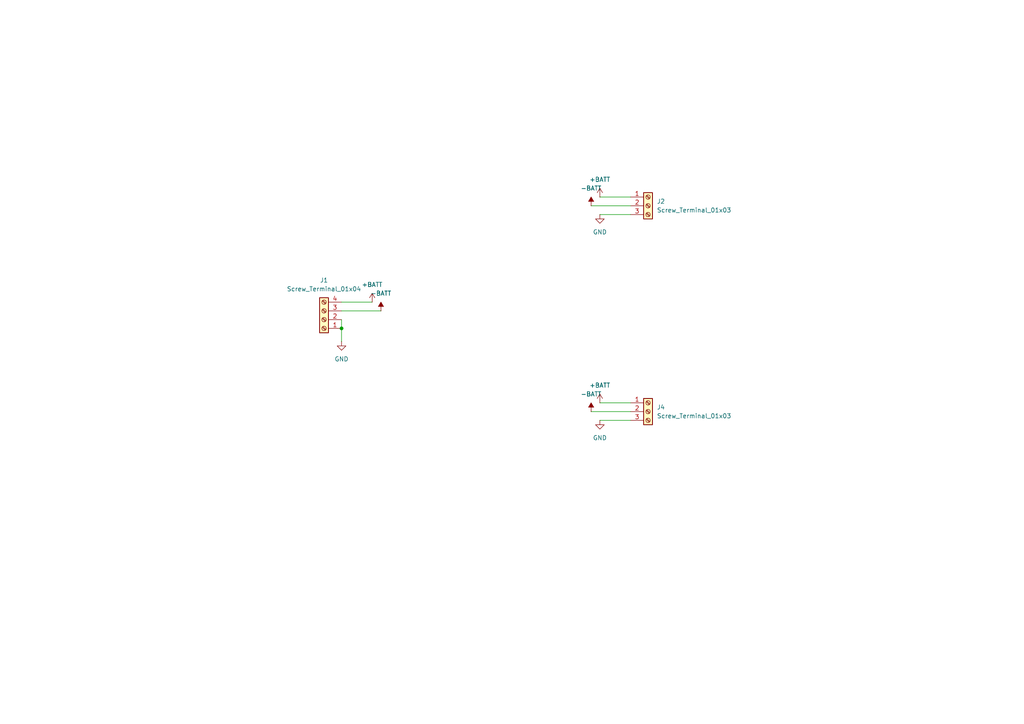
<source format=kicad_sch>
(kicad_sch (version 20250114) (generator "eeschema") (generator_version "9.0")
  (paper "A4")
  (lib_symbols
    (symbol "Connector:Screw_Terminal_01x03" (pin_names (offset 1.016) (hide yes))
      (property "Reference" "J" (at 0 5.08 0))
      (property "Value" "Screw_Terminal_01x03" (at 0 -5.08 0))
      (symbol "Screw_Terminal_01x03_1_1"
        (rectangle (start -1.27 3.81) (end 1.27 -3.81) (stroke (width 0.254)) (fill (type background)))
        (polyline (pts (xy -0.5334 2.8702) (xy 0.3302 2.032)) (stroke (width 0.1524)))
        (polyline (pts (xy -0.5334 0.3302) (xy 0.3302 -0.508)) (stroke (width 0.1524)))
        (polyline (pts (xy -0.5334 -2.2098) (xy 0.3302 -3.048)) (stroke (width 0.1524)))
        (polyline (pts (xy -0.3556 3.048) (xy 0.508 2.2098)) (stroke (width 0.1524)))
        (polyline (pts (xy -0.3556 0.508) (xy 0.508 -0.3302)) (stroke (width 0.1524)))
        (polyline (pts (xy -0.3556 -2.032) (xy 0.508 -2.8702)) (stroke (width 0.1524)))
        (circle (center 0 2.54) (radius 0.635) (stroke (width 0.1524)))
        (circle (center 0 0) (radius 0.635) (stroke (width 0.1524)))
        (circle (center 0 -2.54) (radius 0.635) (stroke (width 0.1524)))
        (pin passive line (at -5.08 2.54 0) (length 3.81) (name "Pin_1") (number "1"))
        (pin passive line (at -5.08 0 0) (length 3.81) (name "Pin_2") (number "2"))
        (pin passive line (at -5.08 -2.54 0) (length 3.81) (name "Pin_3") (number "3"))
      )
    )
    (symbol "Connector:Screw_Terminal_01x04" (pin_names (offset 1.016) (hide yes))
      (property "Reference" "J" (at 0 5.08 0))
      (property "Value" "Screw_Terminal_01x04" (at 0 -7.62 0))
      (symbol "Screw_Terminal_01x04_1_1"
        (rectangle (start -1.27 3.81) (end 1.27 -6.35) (stroke (width 0.254)) (fill (type background)))
        (polyline (pts (xy -0.5334 2.8702) (xy 0.3302 2.032)) (stroke (width 0.1524)))
        (polyline (pts (xy -0.5334 0.3302) (xy 0.3302 -0.508)) (stroke (width 0.1524)))
        (polyline (pts (xy -0.5334 -2.2098) (xy 0.3302 -3.048)) (stroke (width 0.1524)))
        (polyline (pts (xy -0.5334 -4.7498) (xy 0.3302 -5.588)) (stroke (width 0.1524)))
        (polyline (pts (xy -0.3556 3.048) (xy 0.508 2.2098)) (stroke (width 0.1524)))
        (polyline (pts (xy -0.3556 0.508) (xy 0.508 -0.3302)) (stroke (width 0.1524)))
        (polyline (pts (xy -0.3556 -2.032) (xy 0.508 -2.8702)) (stroke (width 0.1524)))
        (polyline (pts (xy -0.3556 -4.572) (xy 0.508 -5.4102)) (stroke (width 0.1524)))
        (circle (center 0 2.54) (radius 0.635) (stroke (width 0.1524)))
        (circle (center 0 0) (radius 0.635) (stroke (width 0.1524)))
        (circle (center 0 -2.54) (radius 0.635) (stroke (width 0.1524)))
        (circle (center 0 -5.08) (radius 0.635) (stroke (width 0.1524)))
        (pin passive line (at -5.08 2.54 0) (length 3.81) (name "Pin_1") (number "1"))
        (pin passive line (at -5.08 0 0) (length 3.81) (name "Pin_2") (number "2"))
        (pin passive line (at -5.08 -2.54 0) (length 3.81) (name "Pin_3") (number "3"))
        (pin passive line (at -5.08 -5.08 0) (length 3.81) (name "Pin_4") (number "4"))
      )
    )
    (symbol "power:+BATT" (power) (pin_numbers (hide yes)) (pin_names (offset 0) (hide yes))
      (property "Value" "+BATT" (at 0 3.556 0))
      (symbol "+BATT_0_1"
        (polyline (pts (xy -0.762 1.27) (xy 0 2.54)))
        (polyline (pts (xy 0 2.54) (xy 0.762 1.27)))
        (polyline (pts (xy 0 0) (xy 0 2.54)))
      )
      (symbol "+BATT_1_1"
        (pin power_in line (at 0 0 90) (length 0) (name "~") (number "1"))
      )
    )
    (symbol "power:-BATT" (power) (pin_numbers (hide yes)) (pin_names (offset 0) (hide yes))
      (property "Value" "-BATT" (at 0 3.556 0))
      (symbol "-BATT_0_1"
        (polyline (pts (xy 0 0) (xy 0 2.54)))
        (polyline (pts (xy 0.762 1.27) (xy -0.762 1.27) (xy 0 2.54) (xy 0.762 1.27)) (fill (type outline)))
      )
      (symbol "-BATT_1_1"
        (pin power_in line (at 0 0 90) (length 0) (name "~") (number "1"))
      )
    )
    (symbol "power:GND" (power) (pin_numbers (hide yes)) (pin_names (offset 0) (hide yes))
      (property "Value" "GND" (at 0 -3.81 0))
      (symbol "GND_0_1"
        (polyline (pts (xy 0 0) (xy 0 -1.27) (xy 1.27 -1.27) (xy 0 -2.54) (xy -1.27 -1.27) (xy 0 -1.27)))
      )
      (symbol "GND_1_1"
        (pin power_in line (at 0 0 270) (length 0) (name "~") (number "1"))
      )
    )
  )
  (junction (at 99.06 95.25))
  (wire (pts (xy 171.45 59.69) (xy 182.88 59.69)))
  (wire (pts (xy 173.99 116.84) (xy 182.88 116.84)))
  (wire (pts (xy 99.06 95.25) (xy 99.06 99.06)))
  (wire (pts (xy 107.95 87.63) (xy 99.06 87.63)))
  (wire (pts (xy 173.99 62.23) (xy 182.88 62.23)))
  (wire (pts (xy 99.06 90.17) (xy 110.49 90.17)))
  (wire (pts (xy 99.06 92.71) (xy 99.06 95.25)))
  (wire (pts (xy 173.99 57.15) (xy 182.88 57.15)))
  (wire (pts (xy 173.99 121.92) (xy 182.88 121.92)))
  (wire (pts (xy 171.45 119.38) (xy 182.88 119.38)))
  (symbol (lib_id "power:+BATT") (at 173.99 57.15 0) (unit 1)
    (property "Reference" "#PWR04" (effects (hide yes)))
    (property "Value" "+BATT" (at 173.99 52.07 0))
    (property "Description" "Power symbol creates a global label with name \"+BATT\"" (effects (hide yes)))
  )
  (symbol (lib_id "power:GND") (at 173.99 62.23 0) (mirror y) (unit 1)
    (property "Reference" "#PWR09" (effects (hide yes)))
    (property "Value" "GND" (at 173.99 67.31 0))
    (property "Description" "Power symbol creates a global label with name \"GND\" , ground" (effects (hide yes)))
  )
  (symbol (lib_id "Connector:Screw_Terminal_01x03") (at 187.96 59.69 0) (unit 1)
    (property "Reference" "J2" (at 190.5 58.4199 0) (effects (justify left)))
    (property "Value" "Screw_Terminal_01x03" (at 190.5 60.9599 0) (effects (justify left)))
    (property "Footprint" "TerminalBlock_Phoenix:TerminalBlock_Phoenix_PT-1,5-3-3.5-H_1x03_P3.50mm_Horizontal" (effects (hide yes)))
    (property "Description" "Generic screw terminal, single row, 01x03, script generated (kicad-library-utils/schlib/autogen/connector/)" (effects (hide yes)))
  )
  (symbol (lib_id "power:GND") (at 99.06 99.06 0) (mirror y) (unit 1)
    (property "Reference" "#PWR03" (effects (hide yes)))
    (property "Value" "GND" (at 99.06 104.14 0))
    (property "Description" "Power symbol creates a global label with name \"GND\" , ground" (effects (hide yes)))
  )
  (symbol (lib_id "power:-BATT") (at 110.49 90.17 0) (unit 1)
    (property "Reference" "#PWR02" (effects (hide yes)))
    (property "Value" "-BATT" (at 110.49 85.09 0))
    (property "Description" "Power symbol creates a global label with name \"-BATT\"" (effects (hide yes)))
  )
  (symbol (lib_id "power:-BATT") (at 171.45 59.69 0) (unit 1)
    (property "Reference" "#PWR07" (effects (hide yes)))
    (property "Value" "-BATT" (at 171.45 54.61 0))
    (property "Description" "Power symbol creates a global label with name \"-BATT\"" (effects (hide yes)))
  )
  (symbol (lib_id "Connector:Screw_Terminal_01x03") (at 187.96 119.38 0) (unit 1)
    (property "Reference" "J4" (at 190.5 118.1099 0) (effects (justify left)))
    (property "Value" "Screw_Terminal_01x03" (at 190.5 120.6499 0) (effects (justify left)))
    (property "Footprint" "TerminalBlock_Phoenix:TerminalBlock_Phoenix_PT-1,5-3-3.5-H_1x03_P3.50mm_Horizontal" (effects (hide yes)))
    (property "Description" "Generic screw terminal, single row, 01x03, script generated (kicad-library-utils/schlib/autogen/connector/)" (effects (hide yes)))
  )
  (symbol (lib_id "power:+BATT") (at 107.95 87.63 0) (unit 1)
    (property "Reference" "#PWR01" (effects (hide yes)))
    (property "Value" "+BATT" (at 107.95 82.55 0))
    (property "Description" "Power symbol creates a global label with name \"+BATT\"" (effects (hide yes)))
  )
  (symbol (lib_id "power:GND") (at 173.99 121.92 0) (mirror y) (unit 1)
    (property "Reference" "#PWR08" (effects (hide yes)))
    (property "Value" "GND" (at 173.99 127 0))
    (property "Description" "Power symbol creates a global label with name \"GND\" , ground" (effects (hide yes)))
  )
  (symbol (lib_id "power:-BATT") (at 171.45 119.38 0) (unit 1)
    (property "Reference" "#PWR06" (effects (hide yes)))
    (property "Value" "-BATT" (at 171.45 114.3 0))
    (property "Description" "Power symbol creates a global label with name \"-BATT\"" (effects (hide yes)))
  )
  (symbol (lib_id "power:+BATT") (at 173.99 116.84 0) (unit 1)
    (property "Reference" "#PWR05" (effects (hide yes)))
    (property "Value" "+BATT" (at 173.99 111.76 0))
    (property "Description" "Power symbol creates a global label with name \"+BATT\"" (effects (hide yes)))
  )
  (symbol (lib_id "Connector:Screw_Terminal_01x04") (at 93.98 92.71 180) (unit 1)
    (property "Reference" "J1" (at 93.98 81.28 0))
    (property "Value" "Screw_Terminal_01x04" (at 93.98 83.82 0))
    (property "Footprint" "TerminalBlock_Phoenix:TerminalBlock_Phoenix_MPT-0,5-4-2.54_1x04_P2.54mm_Horizontal" (effects (hide yes)))
    (property "Description" "Generic screw terminal, single row, 01x04, script generated (kicad-library-utils/schlib/autogen/connector/)" (effects (hide yes)))
  )
)
</source>
